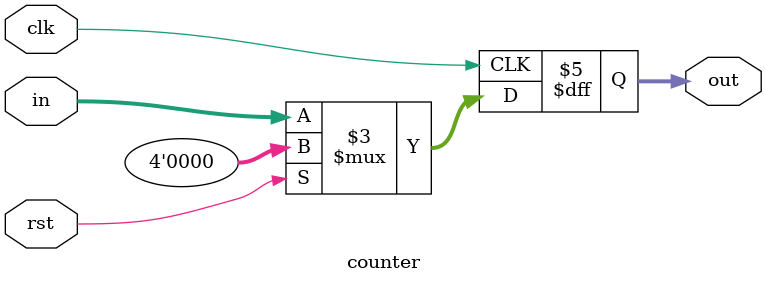
<source format=v>

module counter(clk, rst, in, out);

input clk, rst;
input [3:0] in;
output reg [3:0] out;


always @(posedge clk) begin
	if(rst) begin
		out <= 4'h0;
		$display("Counter Reset");
		end
	else out <= in; 
	end

endmodule

</source>
